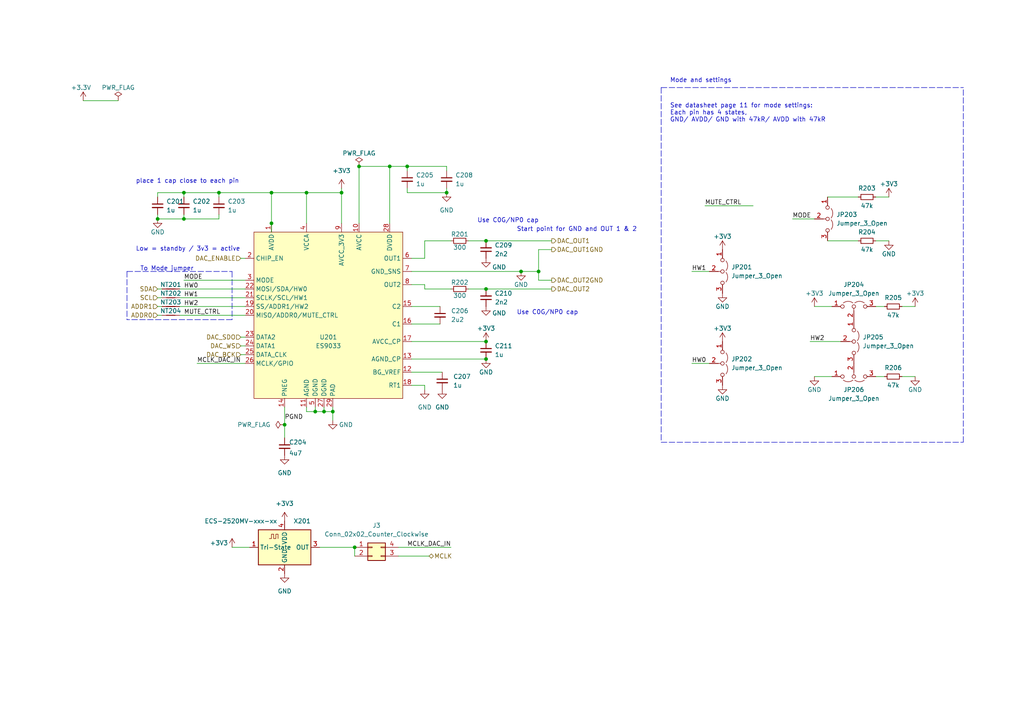
<source format=kicad_sch>
(kicad_sch (version 20211123) (generator eeschema)
  (paper "A4")
  (title_block (title "ES9033 DAC prototype") (date "2022-09-09") (rev "0.1") (company "Fabian Muehlberger "))
  (lib_symbols
    (symbol "Connector_Generic:Conn_02x02_Counter_Clockwise" (pin_names (offset 1.016) hide)
      (property "Reference" "J" (at 1.27 2.54 0))
      (property "Value" "Conn_02x02_Counter_Clockwise" (at 1.27 -5.08 0))
      (symbol "Conn_02x02_Counter_Clockwise_1_1"
        (rectangle (start -1.27 -2.413) (end 0 -2.667) (stroke (width 0.1524)))
        (rectangle (start -1.27 0.127) (end 0 -0.127) (stroke (width 0.1524)))
        (rectangle (start -1.27 1.27) (end 3.81 -3.81) (stroke (width 0.254)) (fill (type background)))
        (rectangle (start 3.81 -2.413) (end 2.54 -2.667) (stroke (width 0.1524)))
        (rectangle (start 3.81 0.127) (end 2.54 -0.127) (stroke (width 0.1524)))
        (pin passive line (at -5.08 0 0) (length 3.81) (name "Pin_1") (number "1"))
        (pin passive line (at -5.08 -2.54 0) (length 3.81) (name "Pin_2") (number "2"))
        (pin passive line (at 7.62 -2.54 180) (length 3.81) (name "Pin_3") (number "3"))
        (pin passive line (at 7.62 0 180) (length 3.81) (name "Pin_4") (number "4"))
      )
    )
    (symbol "Device:C_Small" (pin_numbers hide) (pin_names (offset 0.254) hide)
      (property "Reference" "C" (at 0.254 1.778 0))
      (property "Value" "C_Small" (at 0.254 -2.032 0))
      (symbol "C_Small_0_1"
        (polyline (pts (xy -1.524 -0.508) (xy 1.524 -0.508)) (stroke (width 0.3302)))
        (polyline (pts (xy -1.524 0.508) (xy 1.524 0.508)) (stroke (width 0.3048)))
      )
      (symbol "C_Small_1_1"
        (pin passive line (at 0 2.54 270) (length 2.032) (name "~") (number "1"))
        (pin passive line (at 0 -2.54 90) (length 2.032) (name "~") (number "2"))
      )
    )
    (symbol "Device:NetTie_2" (pin_numbers hide) (pin_names (offset 0) hide)
      (property "Reference" "NT" (at 0 1.27 0))
      (property "Value" "NetTie_2" (at 0 -1.27 0))
      (symbol "NetTie_2_0_1"
        (polyline (pts (xy -1.27 0) (xy 1.27 0)) (stroke (width 0.254)))
      )
      (symbol "NetTie_2_1_1"
        (pin passive line (at -2.54 0 0) (length 2.54) (name "1") (number "1"))
        (pin passive line (at 2.54 0 180) (length 2.54) (name "2") (number "2"))
      )
    )
    (symbol "Device:R_Small" (pin_numbers hide) (pin_names (offset 0.254) hide)
      (property "Reference" "R" (at 0.762 0.508 0))
      (property "Value" "R_Small" (at 0.762 -1.016 0))
      (symbol "R_Small_0_1"
        (rectangle (start -0.762 1.778) (end 0.762 -1.778) (stroke (width 0.2032)))
      )
      (symbol "R_Small_1_1"
        (pin passive line (at 0 2.54 270) (length 0.762) (name "~") (number "1"))
        (pin passive line (at 0 -2.54 90) (length 0.762) (name "~") (number "2"))
      )
    )
    (symbol "Jumper:Jumper_3_Open" (pin_names (offset 0) hide)
      (property "Reference" "JP" (at -2.54 -2.54 0))
      (property "Value" "Jumper_3_Open" (at 0 2.794 0))
      (symbol "Jumper_3_Open_0_0"
        (circle (center -3.302 0) (radius 0.508))
        (circle (center 0 0) (radius 0.508))
        (circle (center 3.302 0) (radius 0.508))
      )
      (symbol "Jumper_3_Open_0_1"
        (arc (start -0.254 1.016) (mid -1.651 1.4992) (end -3.048 1.016))
        (polyline (pts (xy 0 -0.508) (xy 0 -1.27)))
        (arc (start 3.048 1.016) (mid 1.651 1.4992) (end 0.254 1.016))
      )
      (symbol "Jumper_3_Open_1_1"
        (pin passive line (at -6.35 0 0) (length 2.54) (name "A") (number "1"))
        (pin passive line (at 0 -3.81 90) (length 2.54) (name "C") (number "2"))
        (pin passive line (at 6.35 0 180) (length 2.54) (name "B") (number "3"))
      )
    )
    (symbol "Oscillator:ECS-2520MV-xxx-xx"
      (property "Reference" "X" (at -5.08 6.35 0))
      (property "Value" "ECS-2520MV-xxx-xx" (at 1.27 -6.35 0))
      (symbol "ECS-2520MV-xxx-xx_0_1"
        (rectangle (start -7.62 5.08) (end 7.62 -5.08) (stroke (width 0.254)) (fill (type background)))
        (polyline (pts (xy -4.445 2.54) (xy -3.81 2.54) (xy -3.81 3.81) (xy -3.175 3.81) (xy -3.175 2.54) (xy -2.54 2.54) (xy -2.54 3.81) (xy -1.905 3.81) (xy -1.905 2.54)))
      )
      (symbol "ECS-2520MV-xxx-xx_1_1"
        (pin input line (at -10.16 0 0) (length 2.54) (name "Tri-State") (number "1"))
        (pin power_in line (at 0 -7.62 90) (length 2.54) (name "GND") (number "2"))
        (pin output line (at 10.16 0 180) (length 2.54) (name "OUT") (number "3"))
        (pin power_in line (at 0 7.62 270) (length 2.54) (name "VDD") (number "4"))
      )
    )
    (symbol "power:+3.3V" (power) (pin_names (offset 0))
      (property "Value" "+3.3V" (at 0 3.556 0))
      (symbol "+3.3V_0_1"
        (polyline (pts (xy -0.762 1.27) (xy 0 2.54)))
        (polyline (pts (xy 0 0) (xy 0 2.54)))
        (polyline (pts (xy 0 2.54) (xy 0.762 1.27)))
      )
      (symbol "+3.3V_1_1"
        (pin power_in line (at 0 0 90) (length 0) hide (name "+3.3V") (number "1"))
      )
    )
    (symbol "power:+3V3" (power) (pin_names (offset 0))
      (property "Value" "+3V3" (at 0 3.556 0))
      (symbol "+3V3_0_1"
        (polyline (pts (xy -0.762 1.27) (xy 0 2.54)))
        (polyline (pts (xy 0 0) (xy 0 2.54)))
        (polyline (pts (xy 0 2.54) (xy 0.762 1.27)))
      )
      (symbol "+3V3_1_1"
        (pin power_in line (at 0 0 90) (length 0) hide (name "+3V3") (number "1"))
      )
    )
    (symbol "power:GND" (power) (pin_names (offset 0))
      (property "Value" "GND" (at 0 -3.81 0))
      (symbol "GND_0_1"
        (polyline (pts (xy 0 0) (xy 0 -1.27) (xy 1.27 -1.27) (xy 0 -2.54) (xy -1.27 -1.27) (xy 0 -1.27)))
      )
      (symbol "GND_1_1"
        (pin power_in line (at 0 0 270) (length 0) hide (name "GND") (number "1"))
      )
    )
    (symbol "power:PWR_FLAG" (power) (pin_numbers hide) (pin_names (offset 0) hide)
      (property "Value" "PWR_FLAG" (at 0 3.81 0))
      (symbol "PWR_FLAG_0_0"
        (pin power_out line (at 0 0 90) (length 0) (name "pwr") (number "1"))
      )
      (symbol "PWR_FLAG_0_1"
        (polyline (pts (xy 0 0) (xy 0 1.27) (xy -1.016 1.905) (xy 0 2.54) (xy 1.016 1.905) (xy 0 1.27)))
      )
    )
    (symbol "project_lib:ES9033"
      (property "Reference" "U" (at 0 -6.35 0))
      (property "Value" "ES9033" (at 0 -3.81 0))
      (symbol "ES9033_0_0"
        (pin power_in line (at -16.51 26.67 270) (length 2.54) (name "AVDD") (number "1"))
      )
      (symbol "ES9033_0_1"
        (rectangle (start -21.59 24.13) (end 21.59 -24.13) (fill (type background)))
      )
      (symbol "ES9033_1_1"
        (pin power_in line (at 8.89 26.67 270) (length 2.54) (name "AVCC") (number "10"))
        (pin power_in line (at -6.35 -26.67 90) (length 2.54) (name "AGND") (number "11"))
        (pin output line (at 24.13 -16.51 180) (length 2.54) (name "BG_VREF") (number "12"))
        (pin power_in line (at 24.13 -12.7 180) (length 2.54) (name "AGND_CP") (number "13"))
        (pin power_in line (at -12.7 -26.67 90) (length 2.54) (name "PNEG") (number "14"))
        (pin passive line (at 24.13 2.54 180) (length 2.54) (name "C2") (number "15"))
        (pin passive line (at 24.13 -2.54 180) (length 2.54) (name "C1") (number "16"))
        (pin power_in line (at 24.13 -7.62 180) (length 2.54) (name "AVCC_CP") (number "17"))
        (pin input line (at 24.13 -20.32 180) (length 2.54) (name "RT1") (number "18"))
        (pin bidirectional line (at -24.13 2.54 0) (length 2.54) (name "SS/ADDR1/HW2") (number "19"))
        (pin bidirectional line (at -24.13 16.51 0) (length 2.54) (name "CHIP_EN") (number "2"))
        (pin bidirectional line (at -24.13 0 0) (length 2.54) (name "MISO/ADDR0/MUTE_CTRL") (number "20"))
        (pin bidirectional line (at -24.13 5.08 0) (length 2.54) (name "SCLK/SCL/HW1") (number "21"))
        (pin bidirectional line (at -24.13 7.62 0) (length 2.54) (name "MOSI/SDA/HW0") (number "22"))
        (pin bidirectional line (at -24.13 -6.35 0) (length 2.54) (name "DATA2") (number "23"))
        (pin bidirectional line (at -24.13 -8.89 0) (length 2.54) (name "DATA1") (number "24"))
        (pin input line (at -24.13 -11.43 0) (length 2.54) (name "DATA_CLK") (number "25"))
        (pin bidirectional line (at -24.13 -13.97 0) (length 2.54) (name "MCLK/GPIO") (number "26"))
        (pin power_in line (at -1.27 -26.67 90) (length 2.54) (name "DGND") (number "27"))
        (pin power_in line (at 17.78 26.67 270) (length 2.54) (name "DVDD") (number "28"))
        (pin power_in line (at 1.27 -26.67 90) (length 2.54) (name "PAD") (number "29"))
        (pin bidirectional line (at -24.13 10.16 0) (length 2.54) (name "MODE") (number "3"))
        (pin power_in line (at -6.35 26.67 270) (length 2.54) (name "VCCA") (number "4"))
        (pin power_in line (at -3.81 -26.67 90) (length 2.54) (name "DGND") (number "5"))
        (pin output line (at 24.13 16.51 180) (length 2.54) (name "OUT1") (number "6"))
        (pin input line (at 24.13 12.7 180) (length 2.54) (name "GND_SNS") (number "7"))
        (pin output line (at 24.13 8.89 180) (length 2.54) (name "OUT2") (number "8"))
        (pin power_in line (at 3.81 26.67 270) (length 2.54) (name "AVCC_3V3") (number "9"))
      )
    )
  )
  (junction (at 102.87 158.75))
  (junction (at 156.21 78.74))
  (junction (at 140.97 83.82))
  (junction (at 63.5 55.88))
  (junction (at 45.72 63.5))
  (junction (at 140.97 99.06))
  (junction (at 96.52 119.38))
  (junction (at 104.14 48.26))
  (junction (at 78.74 64.77))
  (junction (at 88.9 55.88))
  (junction (at 53.34 55.88))
  (junction (at 82.55 123.19))
  (junction (at 118.11 48.26))
  (junction (at 93.98 119.38))
  (junction (at 140.97 104.14))
  (junction (at 53.34 63.5))
  (junction (at 129.54 55.88))
  (junction (at 91.44 119.38))
  (junction (at 151.13 78.74))
  (junction (at 140.97 69.85))
  (junction (at 113.03 48.26))
  (junction (at 99.06 55.88))
  (junction (at 78.74 55.88))
  (wire (pts (xy 118.11 54.61) (xy 118.11 55.88)))
  (wire (pts (xy 236.22 109.22) (xy 241.3 109.22)))
  (wire (pts (xy 257.81 57.15) (xy 254 57.15)))
  (wire (pts (xy 63.5 55.88) (xy 78.74 55.88)))
  (wire (pts (xy 119.38 99.06) (xy 140.97 99.06)))
  (wire (pts (xy 45.72 91.44) (xy 46.99 91.44)))
  (wire (pts (xy 119.38 104.14) (xy 140.97 104.14)))
  (wire (pts (xy 88.9 55.88) (xy 88.9 64.77)))
  (wire (pts (xy 124.46 161.29) (xy 115.57 161.29)))
  (wire (pts (xy 265.43 88.9) (xy 261.62 88.9)))
  (wire (pts (xy 63.5 62.23) (xy 63.5 63.5)))
  (wire (pts (xy 248.92 57.15) (xy 240.03 57.15)))
  (wire (pts (xy 82.55 123.19) (xy 82.55 118.11)))
  (wire (pts (xy 45.72 62.23) (xy 45.72 63.5)))
  (wire (pts (xy 53.34 55.88) (xy 63.5 55.88)))
  (wire (pts (xy 78.74 55.88) (xy 78.74 64.77)))
  (wire (pts (xy 118.11 55.88) (xy 129.54 55.88)))
  (wire (pts (xy 52.07 91.44) (xy 71.12 91.44)))
  (wire (pts (xy 135.89 83.82) (xy 140.97 83.82)))
  (wire (pts (xy 45.72 83.82) (xy 46.99 83.82)))
  (polyline (pts (xy 279.4 128.27) (xy 279.4 25.4)))
  (wire (pts (xy 129.54 54.61) (xy 129.54 55.88)))
  (wire (pts (xy 119.38 107.95) (xy 128.27 107.95)))
  (wire (pts (xy 123.19 69.85) (xy 130.81 69.85)))
  (wire (pts (xy 160.02 72.39) (xy 156.21 72.39)))
  (wire (pts (xy 45.72 63.5) (xy 53.34 63.5)))
  (wire (pts (xy 119.38 111.76) (xy 123.19 111.76)))
  (wire (pts (xy 256.54 109.22) (xy 254 109.22)))
  (wire (pts (xy 156.21 81.28) (xy 156.21 78.74)))
  (wire (pts (xy 52.07 83.82) (xy 71.12 83.82)))
  (wire (pts (xy 140.97 69.85) (xy 160.02 69.85)))
  (polyline (pts (xy 36.83 78.74) (xy 36.83 92.71)))
  (wire (pts (xy 113.03 48.26) (xy 118.11 48.26)))
  (wire (pts (xy 93.98 118.11) (xy 93.98 119.38)))
  (wire (pts (xy 104.14 64.77) (xy 104.14 48.26)))
  (wire (pts (xy 91.44 119.38) (xy 88.9 119.38)))
  (wire (pts (xy 123.19 74.93) (xy 119.38 74.93)))
  (wire (pts (xy 99.06 54.61) (xy 99.06 55.88)))
  (wire (pts (xy 118.11 48.26) (xy 118.11 49.53)))
  (wire (pts (xy 53.34 57.15) (xy 53.34 55.88)))
  (wire (pts (xy 63.5 57.15) (xy 63.5 55.88)))
  (wire (pts (xy 119.38 88.9) (xy 127.635 88.9)))
  (wire (pts (xy 119.38 93.98) (xy 127.635 93.98)))
  (wire (pts (xy 119.38 82.55) (xy 123.19 82.55)))
  (wire (pts (xy 160.02 81.28) (xy 156.21 81.28)))
  (wire (pts (xy 24.13 29.21) (xy 34.29 29.21)))
  (wire (pts (xy 53.34 81.28) (xy 71.12 81.28)))
  (wire (pts (xy 257.81 69.85) (xy 254 69.85)))
  (wire (pts (xy 256.54 88.9) (xy 254 88.9)))
  (wire (pts (xy 123.19 111.76) (xy 123.19 113.03)))
  (wire (pts (xy 69.85 97.79) (xy 71.12 97.79)))
  (polyline (pts (xy 191.77 25.4) (xy 191.77 128.27)))
  (wire (pts (xy 204.47 59.69) (xy 218.44 59.69)))
  (wire (pts (xy 78.74 64.77) (xy 78.74 67.31)))
  (wire (pts (xy 118.11 48.26) (xy 129.54 48.26)))
  (wire (pts (xy 130.81 83.82) (xy 123.19 83.82)))
  (wire (pts (xy 91.44 118.11) (xy 91.44 119.38)))
  (wire (pts (xy 67.31 158.75) (xy 72.39 158.75)))
  (wire (pts (xy 96.52 119.38) (xy 93.98 119.38)))
  (wire (pts (xy 140.97 83.82) (xy 160.02 83.82)))
  (wire (pts (xy 200.66 105.41) (xy 205.74 105.41)))
  (wire (pts (xy 156.21 72.39) (xy 156.21 78.74)))
  (polyline (pts (xy 191.77 25.4) (xy 279.4 25.4)))
  (wire (pts (xy 123.19 69.85) (xy 123.19 74.93)))
  (polyline (pts (xy 191.77 128.27) (xy 279.4 128.27)))
  (wire (pts (xy 102.87 158.75) (xy 102.87 161.29)))
  (wire (pts (xy 82.55 123.19) (xy 82.55 127)))
  (wire (pts (xy 69.85 74.93) (xy 71.12 74.93)))
  (wire (pts (xy 53.34 62.23) (xy 53.34 63.5)))
  (wire (pts (xy 229.87 63.5) (xy 236.22 63.5)))
  (wire (pts (xy 52.07 88.9) (xy 71.12 88.9)))
  (wire (pts (xy 88.9 55.88) (xy 99.06 55.88)))
  (wire (pts (xy 234.95 99.06) (xy 243.84 99.06)))
  (wire (pts (xy 265.43 109.22) (xy 261.62 109.22)))
  (wire (pts (xy 63.5 63.5) (xy 53.34 63.5)))
  (wire (pts (xy 236.22 88.9) (xy 241.3 88.9)))
  (wire (pts (xy 69.85 102.87) (xy 71.12 102.87)))
  (wire (pts (xy 135.89 69.85) (xy 140.97 69.85)))
  (wire (pts (xy 69.85 100.33) (xy 71.12 100.33)))
  (wire (pts (xy 130.81 158.75) (xy 115.57 158.75)))
  (polyline (pts (xy 36.83 78.74) (xy 67.31 78.74)))
  (wire (pts (xy 119.38 78.74) (xy 151.13 78.74)))
  (wire (pts (xy 93.98 119.38) (xy 91.44 119.38)))
  (wire (pts (xy 45.72 57.15) (xy 45.72 55.88)))
  (wire (pts (xy 45.72 88.9) (xy 46.99 88.9)))
  (wire (pts (xy 45.72 86.36) (xy 46.99 86.36)))
  (wire (pts (xy 200.66 78.74) (xy 205.74 78.74)))
  (wire (pts (xy 102.87 158.75) (xy 92.71 158.75)))
  (wire (pts (xy 104.14 48.26) (xy 113.03 48.26)))
  (wire (pts (xy 129.54 49.53) (xy 129.54 48.26)))
  (wire (pts (xy 248.92 69.85) (xy 240.03 69.85)))
  (wire (pts (xy 78.74 55.88) (xy 88.9 55.88)))
  (polyline (pts (xy 67.31 92.71) (xy 36.83 92.71)))
  (wire (pts (xy 57.15 105.41) (xy 71.12 105.41)))
  (wire (pts (xy 52.07 86.36) (xy 71.12 86.36)))
  (wire (pts (xy 96.52 118.11) (xy 96.52 119.38)))
  (wire (pts (xy 113.03 64.77) (xy 113.03 48.26)))
  (polyline (pts (xy 67.31 78.74) (xy 67.31 92.71)))
  (wire (pts (xy 96.52 119.38) (xy 96.52 121.92)))
  (wire (pts (xy 45.72 55.88) (xy 53.34 55.88)))
  (wire (pts (xy 99.06 55.88) (xy 99.06 64.77)))
  (wire (pts (xy 88.9 119.38) (xy 88.9 118.11)))
  (wire (pts (xy 123.19 83.82) (xy 123.19 82.55)))
  (wire (pts (xy 151.13 78.74) (xy 156.21 78.74)))
  (text "place 1 cap close to each pin \n" (at 39.37 53.34 0) (effects (font (size 1.27 1.27)) (justify left bottom)))
  (text "Mode and settings\n" (at 194.31 24.13 0) (effects (font (size 1.27 1.27)) (justify left bottom)))
  (text "To Mode jumper" (at 40.64 78.74 0) (effects (font (size 1.27 1.27)) (justify left bottom)))
  (text "Use C0G/NP0 cap\n" (at 138.43 64.77 0) (effects (font (size 1.27 1.27)) (justify left bottom)))
  (text "Start point for GND and OUT 1 & 2 " (at 149.86 67.31 0) (effects (font (size 1.27 1.27)) (justify left bottom)))
  (text "Low = standby / 3v3 = active\n" (at 39.37 73.025 0) (effects (font (size 1.27 1.27)) (justify left bottom)))
  (text "Use C0G/NP0 cap\n" (at 149.86 91.44 0) (effects (font (size 1.27 1.27)) (justify left bottom)))
  (text "See datasheet page 11 for mode settings:\nEach pin has 4 states, \nGND/ AVDD/ GND with 47kR/ AVDD with 47kR" (at 194.31 35.56 0) (effects (font (size 1.27 1.27)) (justify left bottom)))
  (label "MODE" (at 53.34 81.28 0))
  (label "HW2" (at 53.34 88.9 0))
  (label "MUTE_CTRL" (at 53.34 91.44 0))
  (label "HW0" (at 53.34 83.82 0))
  (label "PGND" (at 82.55 121.92 0))
  (label "HW2" (at 234.95 99.06 0))
  (label "HW1" (at 200.66 78.74 0))
  (label "HW0" (at 200.66 105.41 0))
  (label "MUTE_CTRL" (at 204.47 59.69 0))
  (label "MCLK_DAC_IN" (at 57.15 105.41 0))
  (label "MCLK_DAC_IN" (at 130.81 158.75 180))
  (label "HW1" (at 53.34 86.36 0))
  (label "MODE" (at 229.87 63.5 0))
  (hierarchical_label "DAC_OUT1GND" (shape output) (at 160.02 72.39 0))
  (hierarchical_label "SDA" (shape input) (at 45.72 83.82 180))
  (hierarchical_label "ADDR1" (shape input) (at 45.72 88.9 180))
  (hierarchical_label "DAC_BCK" (shape input) (at 69.85 102.87 180))
  (hierarchical_label "DAC_OUT2GND" (shape output) (at 160.02 81.28 0))
  (hierarchical_label "DAC_WS" (shape input) (at 69.85 100.33 180))
  (hierarchical_label "DAC_OUT2" (shape output) (at 160.02 83.82 0))
  (hierarchical_label "ADDR0" (shape input) (at 45.72 91.44 180))
  (hierarchical_label "DAC_SDO" (shape input) (at 69.85 97.79 180))
  (hierarchical_label "MCLK" (shape bidirectional) (at 124.46 161.29 0))
  (hierarchical_label "DAC_OUT1" (shape output) (at 160.02 69.85 0))
  (hierarchical_label "DAC_ENABLE" (shape input) (at 69.85 74.93 180))
  (hierarchical_label "SCL" (shape input) (at 45.72 86.36 180))
  (symbol (lib_id "power:GND") (at 45.72 63.5 0)
    (property "Reference" "#PWR0202" (effects hide))
    (property "Value" "GND" (at 45.72 67.31 0))
  )
  (symbol (lib_id "Device:R_Small") (at 259.08 109.22 90) (mirror x)
    (property "Reference" "R206" (at 259.08 106.68 90))
    (property "Value" "47k" (at 259.08 111.76 90))
    (property "Footprint" "Resistor_SMD:R_0805_2012Metric" (effects hide))
  )
  (symbol (lib_id "power:GND") (at 265.43 109.22 0) (mirror y)
    (property "Reference" "#PWR0226" (effects hide))
    (property "Value" "GND" (at 265.43 113.03 0))
  )
  (symbol (lib_id "power:GND") (at 123.19 113.03 0)
    (property "Reference" "#PWR0209" (effects hide))
    (property "Value" "GND" (at 123.19 118.11 0))
  )
  (symbol (lib_id "power:GND") (at 209.55 85.09 0) (mirror y)
    (property "Reference" "#PWR0218" (effects hide))
    (property "Value" "GND" (at 209.55 88.9 0))
  )
  (symbol (lib_id "Device:R_Small") (at 259.08 88.9 90) (mirror x)
    (property "Reference" "R205" (at 259.08 86.36 90))
    (property "Value" "47k" (at 259.08 91.44 90))
    (property "Footprint" "Resistor_SMD:R_0805_2012Metric" (effects hide))
  )
  (symbol (lib_id "power:GND") (at 140.97 88.9 0)
    (property "Reference" "#PWR0213" (effects hide))
    (property "Value" "GND" (at 144.78 90.805 0))
  )
  (symbol (lib_id "power:GND") (at 140.97 74.93 0)
    (property "Reference" "#PWR0212" (effects hide))
    (property "Value" "GND" (at 144.78 77.47 0))
  )
  (symbol (lib_id "Device:C_Small") (at 63.5 59.69 0)
    (property "Reference" "C203" (at 66.04 58.42 0) (effects (justify left)))
    (property "Value" "1u" (at 66.04 60.96 0) (effects (justify left)))
    (property "Footprint" "Capacitor_SMD:C_0805_2012Metric" (effects hide))
  )
  (symbol (lib_id "power:+3.3V") (at 24.13 29.21 0)
    (property "Reference" "#PWR0201" (effects hide))
    (property "Value" "+3.3V" (at 23.495 25.4 0))
  )
  (symbol (lib_id "project_lib:ES9033") (at 95.25 91.44 0)
    (property "Reference" "U201" (at 95.25 97.79 0))
    (property "Value" "ES9033" (at 95.25 100.33 0))
    (property "Footprint" "Package_DFN_QFN:QFN-28-1EP_5x5mm_P0.5mm_EP3.35x3.35mm" (effects hide))
    (property "Datasheet" "https://www.esstech.com/wp-content/uploads/2021/10/ES9033_DS_0.3.pdf" (effects hide))
  )
  (symbol (lib_id "Device:R_Small") (at 251.46 57.15 90) (mirror x)
    (property "Reference" "R203" (at 251.46 54.61 90))
    (property "Value" "47k" (at 251.46 59.69 90))
    (property "Footprint" "Resistor_SMD:R_0805_2012Metric" (effects hide))
  )
  (symbol (lib_id "Device:C_Small") (at 53.34 59.69 0)
    (property "Reference" "C202" (at 55.88 58.42 0) (effects (justify left)))
    (property "Value" "1u" (at 55.88 60.96 0) (effects (justify left)))
    (property "Footprint" "Capacitor_SMD:C_0805_2012Metric" (effects hide))
  )
  (symbol (lib_id "power:GND") (at 140.97 104.14 0)
    (property "Reference" "#PWR0215" (effects hide))
    (property "Value" "GND" (at 140.97 107.95 0))
  )
  (symbol (lib_id "Jumper:Jumper_3_Open") (at 209.55 105.41 270)
    (property "Reference" "JP202" (at 212.09 104.1399 90) (effects (justify left)))
    (property "Value" "Jumper_3_Open" (at 212.09 106.6799 90) (effects (justify left)))
    (property "Footprint" "Connector_PinHeader_2.54mm:PinHeader_1x03_P2.54mm_Vertical" (effects hide))
  )
  (symbol (lib_id "power:GND") (at 129.54 55.88 0)
    (property "Reference" "#PWR0211" (effects hide))
    (property "Value" "GND" (at 129.54 60.96 0))
  )
  (symbol (lib_id "Device:C_Small") (at 127.635 91.44 0)
    (property "Reference" "C206" (at 130.81 90.1762 0) (effects (justify left)))
    (property "Value" "2u2" (at 130.81 92.71 0) (effects (justify left)))
    (property "Footprint" "Capacitor_SMD:C_0805_2012Metric" (effects hide))
  )
  (symbol (lib_id "power:+3V3") (at 99.06 54.61 0)
    (property "Reference" "#PWR0208" (effects hide))
    (property "Value" "+3V3" (at 99.06 49.53 0))
  )
  (symbol (lib_id "power:GND") (at 82.55 132.08 0)
    (property "Reference" "#PWR0204" (effects hide))
    (property "Value" "GND" (at 82.55 137.16 0))
  )
  (symbol (lib_id "Device:C_Small") (at 140.97 86.36 180)
    (property "Reference" "C210" (at 148.59 85.09 0) (effects (justify left)))
    (property "Value" "2n2" (at 147.32 87.63 0) (effects (justify left)))
    (property "Footprint" "Capacitor_SMD:C_0805_2012Metric" (effects hide))
  )
  (symbol (lib_id "Jumper:Jumper_3_Open") (at 209.55 78.74 270)
    (property "Reference" "JP201" (at 212.09 77.4699 90) (effects (justify left)))
    (property "Value" "Jumper_3_Open" (at 212.09 80.0099 90) (effects (justify left)))
    (property "Footprint" "Connector_PinHeader_2.54mm:PinHeader_1x03_P2.54mm_Vertical" (effects hide))
  )
  (symbol (lib_id "power:GND") (at 236.22 109.22 0) (mirror y)
    (property "Reference" "#PWR0222" (effects hide))
    (property "Value" "GND" (at 236.22 113.03 0))
  )
  (symbol (lib_id "power:PWR_FLAG") (at 34.29 29.21 0)
    (property "Reference" "#FLG0201" (effects hide))
    (property "Value" "PWR_FLAG" (at 34.29 25.4 0))
  )
  (symbol (lib_id "Device:C_Small") (at 45.72 59.69 0)
    (property "Reference" "C201" (at 48.26 58.42 0) (effects (justify left)))
    (property "Value" "1u" (at 48.26 60.96 0) (effects (justify left)))
    (property "Footprint" "Capacitor_SMD:C_0805_2012Metric" (effects hide))
  )
  (symbol (lib_id "power:GND") (at 257.81 69.85 0) (mirror y)
    (property "Reference" "#PWR0224" (effects hide))
    (property "Value" "GND" (at 257.81 73.66 0))
  )
  (symbol (lib_id "Jumper:Jumper_3_Open") (at 247.65 88.9 0)
    (property "Reference" "JP204" (at 247.65 82.55 0))
    (property "Value" "Jumper_3_Open" (at 247.65 85.09 0))
    (property "Footprint" "Connector_PinHeader_2.54mm:PinHeader_1x03_P2.54mm_Vertical" (effects hide))
  )
  (symbol (lib_id "Device:NetTie_2") (at 49.53 91.44 0)
    (property "Reference" "NT204" (at 49.53 90.17 0))
    (property "Value" "NetTie_2" (effects hide))
    (property "Footprint" "NetTie:NetTie-2_SMD_Pad0.5mm" (effects hide))
  )
  (symbol (lib_id "power:+3V3") (at 209.55 99.06 0)
    (property "Reference" "#PWR0219" (effects hide))
    (property "Value" "+3V3" (at 209.55 95.25 0))
  )
  (symbol (lib_id "Device:R_Small") (at 251.46 69.85 90) (mirror x)
    (property "Reference" "R204" (at 251.46 67.31 90))
    (property "Value" "47k" (at 251.46 72.39 90))
    (property "Footprint" "Resistor_SMD:R_0805_2012Metric" (effects hide))
  )
  (symbol (lib_id "power:GND") (at 151.13 78.74 0)
    (property "Reference" "#PWR0216" (effects hide))
    (property "Value" "GND" (at 151.13 82.55 0))
  )
  (symbol (lib_id "Connector_Generic:Conn_02x02_Counter_Clockwise") (at 107.95 158.75 0) (unit 1)
    (property "Reference" "J3" (at 109.22 152.4 0))
    (property "Value" "Conn_02x02_Counter_Clockwise" (at 109.22 154.94 0))
    (property "Footprint" "Connector_PinHeader_2.54mm:PinHeader_2x02_P2.54mm_Vertical" (effects hide))
  )
  (symbol (lib_id "Device:R_Small") (at 133.35 69.85 90)
    (property "Reference" "R201" (at 133.35 67.945 90))
    (property "Value" "300" (at 133.35 71.755 90))
    (property "Footprint" "Resistor_SMD:R_0805_2012Metric" (effects hide))
  )
  (symbol (lib_id "Device:NetTie_2") (at 49.53 83.82 0)
    (property "Reference" "NT201" (at 49.53 82.55 0))
    (property "Value" "NetTie_2" (effects hide))
    (property "Footprint" "NetTie:NetTie-2_SMD_Pad0.5mm" (effects hide))
  )
  (symbol (lib_id "power:PWR_FLAG") (at 104.14 48.26 0)
    (property "Reference" "#FLG0203" (effects hide))
    (property "Value" "PWR_FLAG" (at 104.14 44.45 0))
  )
  (symbol (lib_id "Device:C_Small") (at 82.55 129.54 0)
    (property "Reference" "C204" (at 83.82 128.27 0) (effects (justify left)))
    (property "Value" "4u7" (at 83.82 131.445 0) (effects (justify left)))
    (property "Footprint" "Capacitor_SMD:C_0805_2012Metric" (effects hide))
  )
  (symbol (lib_id "power:+3V3") (at 140.97 99.06 0)
    (property "Reference" "#PWR0214" (effects hide))
    (property "Value" "+3V3" (at 140.97 95.25 0))
  )
  (symbol (lib_id "power:+3V3") (at 67.31 158.75 0)
    (property "Reference" "#PWR0203" (effects hide))
    (property "Value" "+3V3" (at 63.5 157.48 0))
  )
  (symbol (lib_id "Device:C_Small") (at 128.27 110.49 0)
    (property "Reference" "C207" (at 131.445 109.2262 0) (effects (justify left)))
    (property "Value" "1u" (at 131.445 111.7662 0) (effects (justify left)))
    (property "Footprint" "Capacitor_SMD:C_0805_2012Metric" (effects hide))
  )
  (symbol (lib_id "Jumper:Jumper_3_Open") (at 247.65 109.22 0) (mirror x)
    (property "Reference" "JP206" (at 247.65 113.03 0))
    (property "Value" "Jumper_3_Open" (at 247.65 115.57 0))
    (property "Footprint" "Connector_PinHeader_2.54mm:PinHeader_1x03_P2.54mm_Vertical" (effects hide))
  )
  (symbol (lib_id "Device:NetTie_2") (at 49.53 88.9 0)
    (property "Reference" "NT203" (at 49.53 87.63 0))
    (property "Value" "NetTie_2" (effects hide))
    (property "Footprint" "NetTie:NetTie-2_SMD_Pad0.5mm" (effects hide))
  )
  (symbol (lib_id "Jumper:Jumper_3_Open") (at 247.65 99.06 270)
    (property "Reference" "JP205" (at 250.19 97.7899 90) (effects (justify left)))
    (property "Value" "Jumper_3_Open" (at 250.19 100.3299 90) (effects (justify left)))
    (property "Footprint" "Connector_PinHeader_2.54mm:PinHeader_1x03_P2.54mm_Vertical" (effects hide))
  )
  (symbol (lib_id "Device:C_Small") (at 140.97 72.39 180)
    (property "Reference" "C209" (at 148.59 71.12 0) (effects (justify left)))
    (property "Value" "2n2" (at 147.32 73.66 0) (effects (justify left)))
    (property "Footprint" "Capacitor_SMD:C_0805_2012Metric" (effects hide))
  )
  (symbol (lib_id "Device:C_Small") (at 140.97 101.6 0)
    (property "Reference" "C211" (at 143.51 100.3362 0) (effects (justify left)))
    (property "Value" "1u" (at 143.51 102.8762 0) (effects (justify left)))
    (property "Footprint" "Capacitor_SMD:C_0805_2012Metric" (effects hide))
  )
  (symbol (lib_id "Oscillator:ECS-2520MV-xxx-xx") (at 82.55 158.75 0)
    (property "Reference" "X201" (at 87.63 151.13 0))
    (property "Value" "ECS-2520MV-xxx-xx" (at 69.85 151.13 0))
    (property "Footprint" "Oscillator:Oscillator_SMD_ECS_2520MV-xxx-xx-4Pin_2.5x2.0mm" (effects hide))
    (property "Datasheet" "https://www.ecsxtal.com/store/pdf/ECS-2520MV.pdf" (effects hide))
  )
  (symbol (lib_id "power:GND") (at 96.52 121.92 0)
    (property "Reference" "#PWR0207" (effects hide))
    (property "Value" "GND" (at 100.33 123.19 0))
  )
  (symbol (lib_id "power:GND") (at 82.55 166.37 0)
    (property "Reference" "#PWR0206" (effects hide))
    (property "Value" "GND" (at 82.55 171.45 0))
  )
  (symbol (lib_id "power:GND") (at 128.27 113.03 0)
    (property "Reference" "#PWR0210" (effects hide))
    (property "Value" "GND" (at 128.27 118.11 0))
  )
  (symbol (lib_id "power:+3V3") (at 82.55 151.13 0)
    (property "Reference" "#PWR0205" (effects hide))
    (property "Value" "+3V3" (at 82.55 146.05 0))
  )
  (symbol (lib_id "power:+3V3") (at 209.55 72.39 0)
    (property "Reference" "#PWR0217" (effects hide))
    (property "Value" "+3V3" (at 209.55 68.58 0))
  )
  (symbol (lib_id "power:+3V3") (at 257.81 57.15 0)
    (property "Reference" "#PWR0223" (effects hide))
    (property "Value" "+3V3" (at 257.81 53.34 0))
  )
  (symbol (lib_id "power:PWR_FLAG") (at 82.55 123.19 90)
    (property "Reference" "#FLG0202" (effects hide))
    (property "Value" "PWR_FLAG" (at 73.66 123.19 90))
  )
  (symbol (lib_id "Device:C_Small") (at 118.11 52.07 0)
    (property "Reference" "C205" (at 120.65 50.8 0) (effects (justify left)))
    (property "Value" "1u" (at 120.65 53.34 0) (effects (justify left)))
    (property "Footprint" "Capacitor_SMD:C_0805_2012Metric" (effects hide))
  )
  (symbol (lib_id "power:+3V3") (at 236.22 88.9 0)
    (property "Reference" "#PWR0221" (effects hide))
    (property "Value" "+3V3" (at 236.22 85.09 0))
  )
  (symbol (lib_id "power:+3V3") (at 265.43 88.9 0)
    (property "Reference" "#PWR0225" (effects hide))
    (property "Value" "+3V3" (at 265.43 85.09 0))
  )
  (symbol (lib_id "Jumper:Jumper_3_Open") (at 240.03 63.5 270)
    (property "Reference" "JP203" (at 242.57 62.2299 90) (effects (justify left)))
    (property "Value" "Jumper_3_Open" (at 242.57 64.7699 90) (effects (justify left)))
    (property "Footprint" "Connector_PinHeader_2.54mm:PinHeader_1x03_P2.54mm_Vertical" (effects hide))
  )
  (symbol (lib_id "Device:NetTie_2") (at 49.53 86.36 0)
    (property "Reference" "NT202" (at 49.53 85.09 0))
    (property "Value" "NetTie_2" (effects hide))
    (property "Footprint" "NetTie:NetTie-2_SMD_Pad0.5mm" (effects hide))
  )
  (symbol (lib_id "power:GND") (at 209.55 111.76 0) (mirror y)
    (property "Reference" "#PWR0220" (effects hide))
    (property "Value" "GND" (at 209.55 115.57 0))
  )
  (symbol (lib_id "Device:C_Small") (at 129.54 52.07 0)
    (property "Reference" "C208" (at 132.08 50.8 0) (effects (justify left)))
    (property "Value" "1u" (at 132.08 53.34 0) (effects (justify left)))
    (property "Footprint" "Capacitor_SMD:C_0805_2012Metric" (effects hide))
  )
  (symbol (lib_id "Device:R_Small") (at 133.35 83.82 90)
    (property "Reference" "R202" (at 133.35 81.915 90))
    (property "Value" "300" (at 133.35 85.725 90))
    (property "Footprint" "Resistor_SMD:R_0805_2012Metric" (effects hide))
  )
)
</source>
